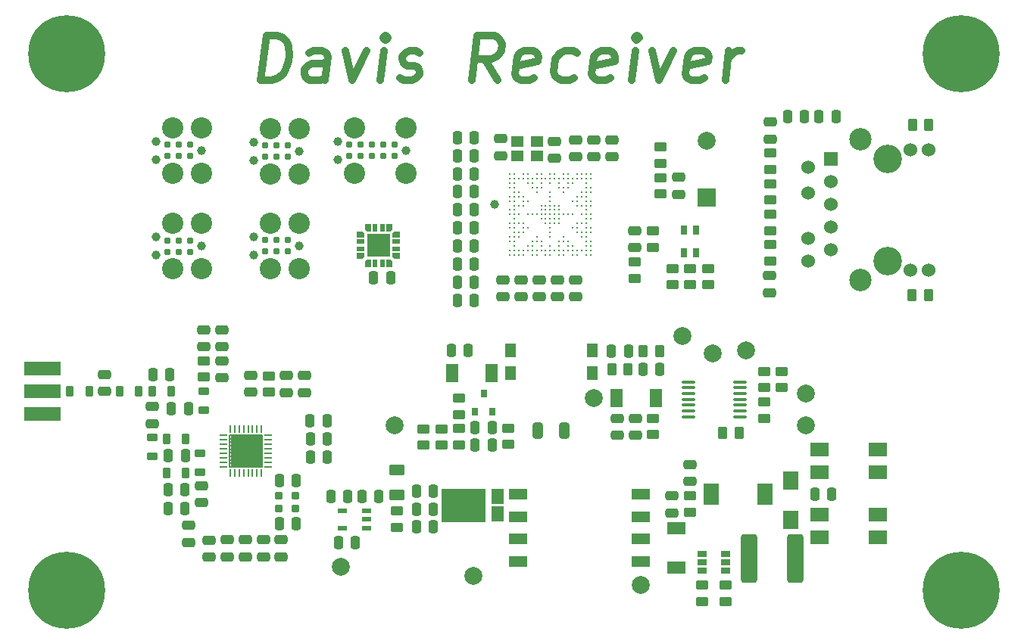
<source format=gbr>
%TF.GenerationSoftware,KiCad,Pcbnew,(5.99.0-13288-g9941a52e75)*%
%TF.CreationDate,2021-11-14T22:54:01-05:00*%
%TF.ProjectId,davis-receiver-kc6,64617669-732d-4726-9563-65697665722d,rev?*%
%TF.SameCoordinates,Original*%
%TF.FileFunction,Soldermask,Top*%
%TF.FilePolarity,Negative*%
%FSLAX46Y46*%
G04 Gerber Fmt 4.6, Leading zero omitted, Abs format (unit mm)*
G04 Created by KiCad (PCBNEW (5.99.0-13288-g9941a52e75)) date 2021-11-14 22:54:01*
%MOMM*%
%LPD*%
G01*
G04 APERTURE LIST*
G04 Aperture macros list*
%AMRoundRect*
0 Rectangle with rounded corners*
0 $1 Rounding radius*
0 $2 $3 $4 $5 $6 $7 $8 $9 X,Y pos of 4 corners*
0 Add a 4 corners polygon primitive as box body*
4,1,4,$2,$3,$4,$5,$6,$7,$8,$9,$2,$3,0*
0 Add four circle primitives for the rounded corners*
1,1,$1+$1,$2,$3*
1,1,$1+$1,$4,$5*
1,1,$1+$1,$6,$7*
1,1,$1+$1,$8,$9*
0 Add four rect primitives between the rounded corners*
20,1,$1+$1,$2,$3,$4,$5,0*
20,1,$1+$1,$4,$5,$6,$7,0*
20,1,$1+$1,$6,$7,$8,$9,0*
20,1,$1+$1,$8,$9,$2,$3,0*%
%AMFreePoly0*
4,1,18,0.257504,0.300004,0.457503,0.100004,0.457504,0.100004,0.457504,0.100003,0.457506,0.100000,0.457505,0.099998,0.457505,-0.300000,0.457504,-0.300004,0.457500,-0.300005,-0.462500,-0.300005,-0.462504,-0.300004,-0.462505,-0.300000,-0.462505,0.300000,-0.462504,0.300004,-0.462500,0.300005,0.257498,0.300005,0.257500,0.300006,0.257504,0.300004,0.257504,0.300004,$1*%
%AMFreePoly1*
4,1,18,-0.257498,0.300005,0.462500,0.300005,0.462504,0.300004,0.462505,0.300000,0.462505,-0.300000,0.462504,-0.300004,0.462500,-0.300005,-0.457500,-0.300005,-0.457504,-0.300004,-0.457505,-0.300000,-0.457505,0.099998,-0.457506,0.100000,-0.457504,0.100004,-0.257504,0.300003,-0.257504,0.300004,-0.257502,0.300004,-0.257500,0.300006,-0.257498,0.300005,-0.257498,0.300005,$1*%
G04 Aperture macros list end*
%ADD10C,0.875000*%
%ADD11C,0.152400*%
%ADD12R,0.849884X0.279908*%
%ADD13R,0.279908X0.849884*%
%ADD14C,0.508000*%
%ADD15R,3.450001X3.450001*%
%ADD16C,8.600000*%
%ADD17C,0.900000*%
%ADD18RoundRect,0.250000X0.250000X0.475000X-0.250000X0.475000X-0.250000X-0.475000X0.250000X-0.475000X0*%
%ADD19RoundRect,0.250000X0.475000X-0.250000X0.475000X0.250000X-0.475000X0.250000X-0.475000X-0.250000X0*%
%ADD20R,1.800000X2.100000*%
%ADD21R,4.960000X3.800000*%
%ADD22R,1.440000X1.800000*%
%ADD23R,1.400000X2.000000*%
%ADD24C,0.991000*%
%ADD25C,2.374900*%
%ADD26C,0.787000*%
%ADD27RoundRect,0.250000X-0.475000X0.250000X-0.475000X-0.250000X0.475000X-0.250000X0.475000X0.250000X0*%
%ADD28R,2.000000X1.400000*%
%ADD29RoundRect,0.249999X-0.450001X0.262501X-0.450001X-0.262501X0.450001X-0.262501X0.450001X0.262501X0*%
%ADD30RoundRect,0.218750X0.381250X-0.218750X0.381250X0.218750X-0.381250X0.218750X-0.381250X-0.218750X0*%
%ADD31RoundRect,0.218750X0.218750X0.381250X-0.218750X0.381250X-0.218750X-0.381250X0.218750X-0.381250X0*%
%ADD32RoundRect,0.249999X0.450001X-0.262501X0.450001X0.262501X-0.450001X0.262501X-0.450001X-0.262501X0*%
%ADD33R,1.800000X2.400000*%
%ADD34R,1.000000X0.700000*%
%ADD35RoundRect,0.249999X0.262501X0.450001X-0.262501X0.450001X-0.262501X-0.450001X0.262501X-0.450001X0*%
%ADD36C,2.000000*%
%ADD37R,1.100000X0.600000*%
%ADD38RoundRect,0.200000X0.250000X-0.200000X0.250000X0.200000X-0.250000X0.200000X-0.250000X-0.200000X0*%
%ADD39R,0.800000X0.900000*%
%ADD40R,2.100000X1.550000*%
%ADD41R,4.060000X1.520000*%
%ADD42R,1.300000X1.500000*%
%ADD43RoundRect,0.100000X-0.637500X-0.100000X0.637500X-0.100000X0.637500X0.100000X-0.637500X0.100000X0*%
%ADD44R,2.000000X2.000000*%
%ADD45RoundRect,0.250000X-0.250000X-0.475000X0.250000X-0.475000X0.250000X0.475000X-0.250000X0.475000X0*%
%ADD46RoundRect,0.250000X0.650000X2.450000X-0.650000X2.450000X-0.650000X-2.450000X0.650000X-2.450000X0*%
%ADD47RoundRect,0.249999X-0.325001X-0.650001X0.325001X-0.650001X0.325001X0.650001X-0.325001X0.650001X0*%
%ADD48R,1.400000X1.200000*%
%ADD49C,3.200000*%
%ADD50R,1.524000X1.524000*%
%ADD51C,1.524000*%
%ADD52C,2.500000*%
%ADD53FreePoly0,90.000000*%
%ADD54R,0.600000X0.925000*%
%ADD55FreePoly1,270.000000*%
%ADD56FreePoly0,180.000000*%
%ADD57R,0.925000X0.600000*%
%ADD58FreePoly1,0.000000*%
%ADD59FreePoly0,270.000000*%
%ADD60FreePoly1,90.000000*%
%ADD61FreePoly0,0.000000*%
%ADD62FreePoly1,180.000000*%
%ADD63R,2.600000X2.600000*%
%ADD64R,0.800000X1.000000*%
%ADD65RoundRect,0.250000X-0.625000X0.375000X-0.625000X-0.375000X0.625000X-0.375000X0.625000X0.375000X0*%
%ADD66RoundRect,0.250000X-0.450000X0.262500X-0.450000X-0.262500X0.450000X-0.262500X0.450000X0.262500X0*%
%ADD67C,1.000000*%
%ADD68R,2.030000X1.270000*%
%ADD69C,0.249999*%
G04 APERTURE END LIST*
D10*
X43688988Y-24961904D02*
X44313988Y-19961904D01*
X45504464Y-19961904D01*
X46188988Y-20200000D01*
X46605654Y-20676190D01*
X46784226Y-21152380D01*
X46903273Y-22104761D01*
X46813988Y-22819047D01*
X46456845Y-23771428D01*
X46159226Y-24247619D01*
X45623511Y-24723809D01*
X44879464Y-24961904D01*
X43688988Y-24961904D01*
X50831845Y-24961904D02*
X51159226Y-22342857D01*
X50980654Y-21866666D01*
X50534226Y-21628571D01*
X49581845Y-21628571D01*
X49075892Y-21866666D01*
X50861607Y-24723809D02*
X50355654Y-24961904D01*
X49165178Y-24961904D01*
X48718750Y-24723809D01*
X48540178Y-24247619D01*
X48599702Y-23771428D01*
X48897321Y-23295238D01*
X49403273Y-23057142D01*
X50593750Y-23057142D01*
X51099702Y-22819047D01*
X53153273Y-21628571D02*
X53927083Y-24961904D01*
X55534226Y-21628571D01*
X57022321Y-24961904D02*
X57438988Y-21628571D01*
X57647321Y-19961904D02*
X57379464Y-20200000D01*
X57587797Y-20438095D01*
X57855654Y-20200000D01*
X57647321Y-19961904D01*
X57587797Y-20438095D01*
X59194940Y-24723809D02*
X59641369Y-24961904D01*
X60593750Y-24961904D01*
X61099702Y-24723809D01*
X61397321Y-24247619D01*
X61427083Y-24009523D01*
X61248511Y-23533333D01*
X60802083Y-23295238D01*
X60087797Y-23295238D01*
X59641369Y-23057142D01*
X59462797Y-22580952D01*
X59492559Y-22342857D01*
X59790178Y-21866666D01*
X60296130Y-21628571D01*
X61010416Y-21628571D01*
X61456845Y-21866666D01*
X70117559Y-24961904D02*
X68748511Y-22580952D01*
X67260416Y-24961904D02*
X67885416Y-19961904D01*
X69790178Y-19961904D01*
X70236607Y-20200000D01*
X70444940Y-20438095D01*
X70623511Y-20914285D01*
X70534226Y-21628571D01*
X70236607Y-22104761D01*
X69968750Y-22342857D01*
X69462797Y-22580952D01*
X67558035Y-22580952D01*
X74194940Y-24723809D02*
X73688988Y-24961904D01*
X72736607Y-24961904D01*
X72290178Y-24723809D01*
X72111607Y-24247619D01*
X72349702Y-22342857D01*
X72647321Y-21866666D01*
X73153273Y-21628571D01*
X74105654Y-21628571D01*
X74552083Y-21866666D01*
X74730654Y-22342857D01*
X74671130Y-22819047D01*
X72230654Y-23295238D01*
X78718750Y-24723809D02*
X78212797Y-24961904D01*
X77260416Y-24961904D01*
X76813988Y-24723809D01*
X76605654Y-24485714D01*
X76427083Y-24009523D01*
X76605654Y-22580952D01*
X76903273Y-22104761D01*
X77171130Y-21866666D01*
X77677083Y-21628571D01*
X78629464Y-21628571D01*
X79075892Y-21866666D01*
X82766369Y-24723809D02*
X82260416Y-24961904D01*
X81308035Y-24961904D01*
X80861607Y-24723809D01*
X80683035Y-24247619D01*
X80921130Y-22342857D01*
X81218750Y-21866666D01*
X81724702Y-21628571D01*
X82677083Y-21628571D01*
X83123511Y-21866666D01*
X83302083Y-22342857D01*
X83242559Y-22819047D01*
X80802083Y-23295238D01*
X85117559Y-24961904D02*
X85534226Y-21628571D01*
X85742559Y-19961904D02*
X85474702Y-20200000D01*
X85683035Y-20438095D01*
X85950892Y-20200000D01*
X85742559Y-19961904D01*
X85683035Y-20438095D01*
X87438988Y-21628571D02*
X88212797Y-24961904D01*
X89819940Y-21628571D01*
X93242559Y-24723809D02*
X92736607Y-24961904D01*
X91784226Y-24961904D01*
X91337797Y-24723809D01*
X91159226Y-24247619D01*
X91397321Y-22342857D01*
X91694940Y-21866666D01*
X92200892Y-21628571D01*
X93153273Y-21628571D01*
X93599702Y-21866666D01*
X93778273Y-22342857D01*
X93718750Y-22819047D01*
X91278273Y-23295238D01*
X95593750Y-24961904D02*
X96010416Y-21628571D01*
X95891369Y-22580952D02*
X96188988Y-22104761D01*
X96456845Y-21866666D01*
X96962797Y-21628571D01*
X97438988Y-21628571D01*
D11*
%TO.C,U2*%
X40220000Y-66624000D02*
X40220000Y-66236600D01*
X42989600Y-64641800D02*
X42602200Y-64641800D01*
X43797000Y-67411400D02*
X40220000Y-67411400D01*
X43797000Y-65049200D02*
X40220000Y-65049200D01*
X40627400Y-64641800D02*
X40627400Y-68218800D01*
X40220000Y-64641800D02*
X43797000Y-64641800D01*
X40220000Y-65449200D02*
X43797000Y-65449200D01*
X41027400Y-68218800D02*
X41414800Y-68218800D01*
X40627400Y-68218800D02*
X40220000Y-68218800D01*
X42202200Y-68218800D02*
X42202200Y-64641800D01*
X40220000Y-67811400D02*
X43797000Y-67811400D01*
X40220000Y-68218800D02*
X40220000Y-67811400D01*
X43797000Y-66624000D02*
X40220000Y-66624000D01*
X40220000Y-64641800D02*
X40627400Y-64641800D01*
X43797000Y-66236600D02*
X43797000Y-66624000D01*
X43797000Y-67811400D02*
X43797000Y-68218800D01*
X40220000Y-65836600D02*
X40220000Y-65449200D01*
X43389600Y-68218800D02*
X43389600Y-64641800D01*
X43797000Y-64641800D02*
X43797000Y-65049200D01*
X41814800Y-64641800D02*
X41814800Y-68218800D01*
X43797000Y-64641800D02*
X43797000Y-68218800D01*
X43797000Y-65836600D02*
X40220000Y-65836600D01*
X42602200Y-64641800D02*
X42602200Y-68218800D01*
X40220000Y-66236600D02*
X43797000Y-66236600D01*
X40220000Y-67411400D02*
X40220000Y-67024000D01*
X42989600Y-68218800D02*
X42989600Y-64641800D01*
X43797000Y-68218800D02*
X43389600Y-68218800D01*
X42602200Y-68218800D02*
X42989600Y-68218800D01*
X40220000Y-65049200D02*
X40220000Y-64641800D01*
X43797000Y-65449200D02*
X43797000Y-65836600D01*
X40220000Y-68218800D02*
X40220000Y-64641800D01*
X42202200Y-64641800D02*
X41814800Y-64641800D01*
X41027400Y-64641800D02*
X41027400Y-68218800D01*
X43797000Y-67024000D02*
X43797000Y-67411400D01*
X41814800Y-68218800D02*
X42202200Y-68218800D01*
X41414800Y-68218800D02*
X41414800Y-64641800D01*
X41414800Y-64641800D02*
X41027400Y-64641800D01*
X43797000Y-68218800D02*
X40220000Y-68218800D01*
X43389600Y-64641800D02*
X43797000Y-64641800D01*
X40220000Y-67024000D02*
X43797000Y-67024000D01*
%TD*%
D12*
%TO.C,U2*%
X44483499Y-68180299D03*
X44483499Y-67680300D03*
X44483499Y-67180301D03*
X44483499Y-66680300D03*
X44483499Y-66180300D03*
X44483499Y-65680299D03*
X44483499Y-65180300D03*
X44483499Y-64680301D03*
D13*
X43758941Y-63955301D03*
X43258815Y-63955301D03*
X42758689Y-63955301D03*
X42258563Y-63955301D03*
X41758437Y-63955301D03*
X41258311Y-63955301D03*
X40758185Y-63955301D03*
X40258059Y-63955301D03*
D12*
X39533501Y-64680301D03*
X39533501Y-65180300D03*
X39533501Y-65680299D03*
X39533501Y-66180300D03*
X39533501Y-66680300D03*
X39533501Y-67180301D03*
X39533501Y-67680300D03*
X39533501Y-68180299D03*
D13*
X40258059Y-68905299D03*
X40758185Y-68905299D03*
X41258311Y-68905299D03*
X41758437Y-68905299D03*
X42258563Y-68905299D03*
X42758689Y-68905299D03*
X43258815Y-68905299D03*
X43758941Y-68905299D03*
D14*
X41614800Y-67611400D03*
X43189600Y-66824000D03*
X43189600Y-66036600D03*
X41614800Y-66036600D03*
X40827400Y-66824000D03*
X40827400Y-65249200D03*
X42402200Y-67611400D03*
X40827400Y-66036600D03*
X43189600Y-65249200D03*
X41614800Y-66824000D03*
X42402200Y-65249200D03*
X43189600Y-67611400D03*
X42402200Y-66824000D03*
D15*
X42008500Y-66430300D03*
D14*
X40827400Y-67611400D03*
X41614800Y-65249200D03*
X42402200Y-66036600D03*
%TD*%
D16*
%TO.C,H3*%
X122000000Y-22000000D03*
D17*
X122000000Y-25225000D03*
X125225000Y-22000000D03*
X124280419Y-24280419D03*
X124280419Y-19719581D03*
X119719581Y-24280419D03*
X119719581Y-19719581D03*
X118775000Y-22000000D03*
X122000000Y-18775000D03*
%TD*%
%TO.C,H2*%
X22000000Y-78775000D03*
D16*
X22000000Y-82000000D03*
D17*
X25225000Y-82000000D03*
X18775000Y-82000000D03*
X24280419Y-84280419D03*
X22000000Y-85225000D03*
X24280419Y-79719581D03*
X19719581Y-79719581D03*
X19719581Y-84280419D03*
%TD*%
D18*
%TO.C,C64*%
X67523600Y-43470000D03*
X65623600Y-43470000D03*
%TD*%
D19*
%TO.C,C65*%
X80895900Y-33508900D03*
X80895900Y-31608900D03*
%TD*%
D20*
%TO.C,D2*%
X102911320Y-74120100D03*
X102911320Y-69720100D03*
%TD*%
D21*
%TO.C,D6*%
X66351320Y-72493540D03*
D22*
X70151320Y-73458540D03*
X70151320Y-71528540D03*
%TD*%
D18*
%TO.C,C67*%
X67523600Y-33382800D03*
X65623600Y-33382800D03*
%TD*%
D19*
%TO.C,C69*%
X82927900Y-33508900D03*
X82927900Y-31608900D03*
%TD*%
D23*
%TO.C,D3*%
X83431320Y-60500100D03*
X87831320Y-60500100D03*
%TD*%
D18*
%TO.C,C60*%
X67523600Y-45502000D03*
X65623600Y-45502000D03*
%TD*%
D24*
%TO.C,J3*%
X59877400Y-32790800D03*
X52257400Y-31775800D03*
X52257400Y-33805800D03*
D25*
X54162400Y-35330800D03*
X59877400Y-35330800D03*
X59877400Y-30250800D03*
X54162400Y-30250800D03*
D26*
X58607400Y-32155800D03*
X57337400Y-32155800D03*
X56067400Y-32155800D03*
X54797400Y-32155800D03*
X53527400Y-32155800D03*
X53527400Y-33425800D03*
X54797400Y-33425800D03*
X56067400Y-33425800D03*
X57337400Y-33425800D03*
X58607400Y-33425800D03*
%TD*%
D18*
%TO.C,C68*%
X67523600Y-41450700D03*
X65623600Y-41450700D03*
%TD*%
D27*
%TO.C,C70*%
X85498100Y-41781600D03*
X85498100Y-43681600D03*
%TD*%
D28*
%TO.C,D4*%
X90090360Y-75090960D03*
X90090360Y-79490960D03*
%TD*%
D18*
%TO.C,C59*%
X67523600Y-37421400D03*
X65623600Y-37421400D03*
%TD*%
D19*
%TO.C,C61*%
X78863900Y-33508900D03*
X78863900Y-31608900D03*
%TD*%
D27*
%TO.C,C62*%
X72806000Y-47293900D03*
X72806000Y-49193900D03*
%TD*%
%TO.C,C66*%
X70774000Y-47293900D03*
X70774000Y-49193900D03*
%TD*%
D23*
%TO.C,D5*%
X65087320Y-57703700D03*
X69487320Y-57703700D03*
%TD*%
D18*
%TO.C,C63*%
X67523600Y-35402100D03*
X65623600Y-35402100D03*
%TD*%
D25*
%TO.C,J6*%
X44781900Y-40931500D03*
X44781900Y-46011500D03*
D24*
X42876900Y-42456500D03*
X42876900Y-44486500D03*
D25*
X47956900Y-46011500D03*
X47956900Y-40931500D03*
D24*
X47956900Y-43471500D03*
D26*
X46686900Y-42836500D03*
X45416900Y-42836500D03*
X44146900Y-42836500D03*
X44146900Y-44106500D03*
X45416900Y-44106500D03*
X46686900Y-44106500D03*
%TD*%
D29*
%TO.C,R5*%
X88388900Y-32399000D03*
X88388900Y-34224000D03*
%TD*%
D25*
%TO.C,J4*%
X37030100Y-35343500D03*
X37030100Y-30263500D03*
D24*
X31950100Y-31788500D03*
D25*
X33855100Y-30263500D03*
X33855100Y-35343500D03*
D24*
X37030100Y-32803500D03*
X31950100Y-33818500D03*
D26*
X35760100Y-32168500D03*
X34490100Y-32168500D03*
X33220100Y-32168500D03*
X33220100Y-33438500D03*
X34490100Y-33438500D03*
X35760100Y-33438500D03*
%TD*%
D29*
%TO.C,R1*%
X93659700Y-46006300D03*
X93659700Y-47831300D03*
%TD*%
D25*
%TO.C,J5*%
X44777100Y-30327000D03*
D24*
X42872100Y-31852000D03*
X47952100Y-32867000D03*
X42872100Y-33882000D03*
D25*
X44777100Y-35407000D03*
X47952100Y-35407000D03*
X47952100Y-30327000D03*
D26*
X46682100Y-32232000D03*
X45412100Y-32232000D03*
X44142100Y-32232000D03*
X44142100Y-33502000D03*
X45412100Y-33502000D03*
X46682100Y-33502000D03*
%TD*%
D30*
%TO.C,L1*%
X37281560Y-61836220D03*
X37281560Y-59711220D03*
%TD*%
D31*
%TO.C,L3*%
X35308760Y-65040920D03*
X33183760Y-65040920D03*
%TD*%
%TO.C,L4*%
X35285900Y-68843300D03*
X33160900Y-68843300D03*
%TD*%
D32*
%TO.C,R6*%
X37291720Y-58168320D03*
X37291720Y-56343320D03*
%TD*%
D29*
%TO.C,R9*%
X101911320Y-57507600D03*
X101911320Y-59332600D03*
%TD*%
D30*
%TO.C,L2*%
X36895480Y-68765340D03*
X36895480Y-66640340D03*
%TD*%
D31*
%TO.C,L5*%
X33655220Y-59772960D03*
X31530220Y-59772960D03*
%TD*%
D29*
%TO.C,R3*%
X89722700Y-46006300D03*
X89722700Y-47831300D03*
%TD*%
D30*
%TO.C,L6*%
X31579260Y-67010200D03*
X31579260Y-64885200D03*
%TD*%
D31*
%TO.C,L7*%
X30050960Y-59775500D03*
X27925960Y-59775500D03*
%TD*%
%TO.C,L8*%
X24478200Y-59772960D03*
X22353200Y-59772960D03*
%TD*%
D33*
%TO.C,L9*%
X100011320Y-71290100D03*
X94011320Y-71290100D03*
%TD*%
D34*
%TO.C,Q1*%
X93011840Y-77920840D03*
X93011840Y-78870840D03*
X93011840Y-79820840D03*
X95611840Y-79820840D03*
X95611840Y-78870840D03*
X95611840Y-77920840D03*
%TD*%
D29*
%TO.C,R2*%
X91691200Y-46006300D03*
X91691200Y-47831300D03*
%TD*%
D32*
%TO.C,R4*%
X44548500Y-59829480D03*
X44548500Y-58004480D03*
%TD*%
%TO.C,R7*%
X88388900Y-37653000D03*
X88388900Y-35828000D03*
%TD*%
D29*
%TO.C,R8*%
X99951320Y-57507600D03*
X99951320Y-59332600D03*
%TD*%
D32*
%TO.C,R11*%
X99951320Y-62752600D03*
X99951320Y-60927600D03*
%TD*%
D29*
%TO.C,R12*%
X100619000Y-33107400D03*
X100619000Y-34932400D03*
%TD*%
D35*
%TO.C,R14*%
X84738500Y-57257500D03*
X82913500Y-57257500D03*
%TD*%
D32*
%TO.C,R17*%
X85498100Y-47085800D03*
X85498100Y-45260800D03*
%TD*%
D29*
%TO.C,R23*%
X87531320Y-62767600D03*
X87531320Y-64592600D03*
%TD*%
%TO.C,R29*%
X65857320Y-60513700D03*
X65857320Y-62338700D03*
%TD*%
D32*
%TO.C,R22*%
X93026600Y-83258060D03*
X93026600Y-81433060D03*
%TD*%
D29*
%TO.C,R18*%
X91675320Y-71461020D03*
X91675320Y-73286020D03*
%TD*%
%TO.C,R28*%
X65857320Y-63921200D03*
X65857320Y-65746200D03*
%TD*%
D36*
%TO.C,TP5*%
X90826000Y-53557500D03*
%TD*%
D35*
%TO.C,R20*%
X118333600Y-29955900D03*
X116508600Y-29955900D03*
%TD*%
D37*
%TO.C,U4*%
X55494840Y-75035980D03*
X55494840Y-74085980D03*
X55494840Y-73135980D03*
X52794840Y-73135980D03*
X52794840Y-75035980D03*
%TD*%
D38*
%TO.C,X1*%
X45706580Y-72885220D03*
X47556580Y-72885220D03*
X47556580Y-71435220D03*
X45706580Y-71435220D03*
%TD*%
D29*
%TO.C,R25*%
X61887320Y-63941200D03*
X61887320Y-65766200D03*
%TD*%
D32*
%TO.C,R27*%
X71327320Y-65683800D03*
X71327320Y-63858800D03*
%TD*%
D36*
%TO.C,TP11*%
X67426000Y-80357500D03*
%TD*%
D39*
%TO.C,U9*%
X67637320Y-62023700D03*
X69537320Y-62023700D03*
X68587320Y-60023700D03*
%TD*%
D40*
%TO.C,U5*%
X106151320Y-66270100D03*
X106151320Y-68810100D03*
X112651320Y-68810100D03*
X112651320Y-66270100D03*
%TD*%
D32*
%TO.C,R24*%
X95627560Y-83232660D03*
X95627560Y-81407660D03*
%TD*%
D36*
%TO.C,TP3*%
X104641320Y-63520100D03*
%TD*%
D40*
%TO.C,U6*%
X106121320Y-73560100D03*
X106121320Y-76100100D03*
X112621320Y-76100100D03*
X112621320Y-73560100D03*
%TD*%
D32*
%TO.C,R30*%
X87479300Y-43644100D03*
X87479300Y-41819100D03*
%TD*%
D36*
%TO.C,TP9*%
X86158440Y-81426080D03*
%TD*%
%TO.C,TP10*%
X58661000Y-63556500D03*
%TD*%
D41*
%TO.C,J1*%
X19280580Y-59778040D03*
X19280580Y-62318040D03*
X19280580Y-57238040D03*
%TD*%
D35*
%TO.C,R21*%
X118282800Y-48967800D03*
X116457800Y-48967800D03*
%TD*%
D36*
%TO.C,TP7*%
X80901320Y-60470100D03*
%TD*%
D42*
%TO.C,U8*%
X71551320Y-55140100D03*
X71551320Y-57680100D03*
X80751320Y-57680100D03*
X80751320Y-55140100D03*
%TD*%
D32*
%TO.C,R16*%
X100619000Y-45155900D03*
X100619000Y-43330900D03*
%TD*%
D36*
%TO.C,TP1*%
X52605380Y-79343660D03*
%TD*%
D29*
%TO.C,R26*%
X63867320Y-63941200D03*
X63867320Y-65766200D03*
%TD*%
D43*
%TO.C,U7*%
X91498820Y-58690100D03*
X91498820Y-59340100D03*
X91498820Y-59990100D03*
X91498820Y-60640100D03*
X91498820Y-61290100D03*
X91498820Y-61940100D03*
X91498820Y-62590100D03*
X97223820Y-62590100D03*
X97223820Y-61940100D03*
X97223820Y-61290100D03*
X97223820Y-60640100D03*
X97223820Y-59990100D03*
X97223820Y-59340100D03*
X97223820Y-58690100D03*
%TD*%
D36*
%TO.C,TP8*%
X94201320Y-55500100D03*
%TD*%
D35*
%TO.C,R10*%
X97124260Y-64423320D03*
X95299260Y-64423320D03*
%TD*%
D44*
%TO.C,SW1*%
X93481600Y-38073600D03*
D36*
X93481600Y-31673600D03*
%TD*%
D32*
%TO.C,R13*%
X100619000Y-38336000D03*
X100619000Y-36511000D03*
%TD*%
D29*
%TO.C,R15*%
X100619000Y-39927300D03*
X100619000Y-41752300D03*
%TD*%
D35*
%TO.C,R19*%
X88238500Y-55257500D03*
X86413500Y-55257500D03*
%TD*%
D36*
%TO.C,TP6*%
X97881320Y-55160100D03*
%TD*%
%TO.C,TP4*%
X104621320Y-60010100D03*
%TD*%
D45*
%TO.C,C7*%
X56276000Y-47057500D03*
X58176000Y-47057500D03*
%TD*%
%TO.C,C4*%
X49194120Y-63072420D03*
X51094120Y-63072420D03*
%TD*%
%TO.C,C9*%
X51500440Y-71489980D03*
X53400440Y-71489980D03*
%TD*%
%TO.C,C10*%
X52364840Y-76695980D03*
X54264840Y-76695980D03*
%TD*%
D18*
%TO.C,C2*%
X56852300Y-71492520D03*
X54952300Y-71492520D03*
%TD*%
D19*
%TO.C,C11*%
X46557640Y-59884760D03*
X46557640Y-57984760D03*
%TD*%
D45*
%TO.C,C1*%
X45731580Y-74580220D03*
X47631580Y-74580220D03*
%TD*%
%TO.C,C3*%
X49204280Y-67108480D03*
X51104280Y-67108480D03*
%TD*%
%TO.C,C5*%
X49199200Y-65089180D03*
X51099200Y-65089180D03*
%TD*%
D18*
%TO.C,C6*%
X47631580Y-69730220D03*
X45731580Y-69730220D03*
%TD*%
D19*
%TO.C,C8*%
X48587100Y-59879680D03*
X48587100Y-57979680D03*
%TD*%
%TO.C,C12*%
X42541900Y-59861900D03*
X42541900Y-57961900D03*
%TD*%
D45*
%TO.C,C14*%
X105591320Y-71240100D03*
X107491320Y-71240100D03*
%TD*%
D19*
%TO.C,C16*%
X70498220Y-33368080D03*
X70498220Y-31468080D03*
%TD*%
%TO.C,C15*%
X37301880Y-54756500D03*
X37301880Y-52856500D03*
%TD*%
D27*
%TO.C,C17*%
X90382800Y-35815900D03*
X90382800Y-37715900D03*
%TD*%
D19*
%TO.C,C18*%
X39336420Y-58236300D03*
X39336420Y-56336300D03*
%TD*%
%TO.C,C36*%
X91690560Y-69838680D03*
X91690560Y-67938680D03*
%TD*%
D18*
%TO.C,C41*%
X107975000Y-29034900D03*
X106075000Y-29034900D03*
%TD*%
%TO.C,C20*%
X35597580Y-61685580D03*
X33697580Y-61685580D03*
%TD*%
D27*
%TO.C,C21*%
X37052960Y-70298680D03*
X37052960Y-72198680D03*
%TD*%
D45*
%TO.C,C39*%
X86376000Y-57257500D03*
X88276000Y-57257500D03*
%TD*%
D18*
%TO.C,C27*%
X33524940Y-57878120D03*
X31624940Y-57878120D03*
%TD*%
%TO.C,C50*%
X67523600Y-49540600D03*
X65623600Y-49540600D03*
%TD*%
%TO.C,C23*%
X35221660Y-70738140D03*
X33321660Y-70738140D03*
%TD*%
%TO.C,C24*%
X35201340Y-72859040D03*
X33301340Y-72859040D03*
%TD*%
%TO.C,C26*%
X35226740Y-66938300D03*
X33326740Y-66938300D03*
%TD*%
D19*
%TO.C,C31*%
X39897760Y-78269280D03*
X39897760Y-76369280D03*
%TD*%
%TO.C,C35*%
X100619000Y-31502800D03*
X100619000Y-29602800D03*
%TD*%
D27*
%TO.C,C42*%
X89663640Y-71438760D03*
X89663640Y-73338760D03*
%TD*%
D19*
%TO.C,C28*%
X41922140Y-78269280D03*
X41922140Y-76369280D03*
%TD*%
%TO.C,C32*%
X37873380Y-78276900D03*
X37873380Y-76376900D03*
%TD*%
%TO.C,C33*%
X26202080Y-59773000D03*
X26202080Y-57873000D03*
%TD*%
D27*
%TO.C,C48*%
X78902000Y-47293900D03*
X78902000Y-49193900D03*
%TD*%
D18*
%TO.C,C51*%
X62951320Y-74920100D03*
X61051320Y-74920100D03*
%TD*%
D27*
%TO.C,C37*%
X100580900Y-46811300D03*
X100580900Y-48711300D03*
%TD*%
D46*
%TO.C,C34*%
X103401320Y-78480100D03*
X98301320Y-78480100D03*
%TD*%
D27*
%TO.C,C40*%
X85541320Y-62750100D03*
X85541320Y-64650100D03*
%TD*%
D18*
%TO.C,C55*%
X67523600Y-39431400D03*
X65623600Y-39431400D03*
%TD*%
%TO.C,C57*%
X62951320Y-72910100D03*
X61051320Y-72910100D03*
%TD*%
%TO.C,C38*%
X84776000Y-55257500D03*
X82876000Y-55257500D03*
%TD*%
D19*
%TO.C,C25*%
X43951600Y-78266740D03*
X43951600Y-76366740D03*
%TD*%
D27*
%TO.C,C58*%
X74838000Y-47293900D03*
X74838000Y-49193900D03*
%TD*%
D19*
%TO.C,C22*%
X45973440Y-78266740D03*
X45973440Y-76366740D03*
%TD*%
%TO.C,C30*%
X31576720Y-63372180D03*
X31576720Y-61472180D03*
%TD*%
D47*
%TO.C,C45*%
X74626320Y-64100100D03*
X77576320Y-64100100D03*
%TD*%
D27*
%TO.C,C54*%
X76870000Y-47293900D03*
X76870000Y-49193900D03*
%TD*%
%TO.C,C13*%
X76467220Y-31772880D03*
X76467220Y-33672880D03*
%TD*%
D19*
%TO.C,C29*%
X35628020Y-76664000D03*
X35628020Y-74764000D03*
%TD*%
D18*
%TO.C,C52*%
X69527320Y-65783700D03*
X67627320Y-65783700D03*
%TD*%
%TO.C,C56*%
X67523600Y-47521300D03*
X65623600Y-47521300D03*
%TD*%
D45*
%TO.C,C44*%
X102575700Y-29026100D03*
X104475700Y-29026100D03*
%TD*%
D19*
%TO.C,C19*%
X39338960Y-54751420D03*
X39338960Y-52851420D03*
%TD*%
D18*
%TO.C,C46*%
X66867320Y-55183700D03*
X64967320Y-55183700D03*
%TD*%
%TO.C,C49*%
X67523600Y-31354200D03*
X65623600Y-31354200D03*
%TD*%
%TO.C,C53*%
X62951320Y-70900100D03*
X61051320Y-70900100D03*
%TD*%
D27*
%TO.C,C43*%
X83531320Y-62750100D03*
X83531320Y-64650100D03*
%TD*%
D18*
%TO.C,C47*%
X69527320Y-63773700D03*
X67627320Y-63773700D03*
%TD*%
D48*
%TO.C,Y1*%
X74585200Y-31769800D03*
X72385200Y-31769800D03*
X72385200Y-33369800D03*
X74585200Y-33369800D03*
%TD*%
D49*
%TO.C,J2*%
X113763500Y-45157800D03*
X113763500Y-33727800D03*
D50*
X107413500Y-33702800D03*
D51*
X104873500Y-34702800D03*
X107413500Y-36252800D03*
X104873500Y-37512800D03*
X107413500Y-38802800D03*
X107413500Y-41342800D03*
X104873500Y-42592800D03*
X107413500Y-43882800D03*
X104873500Y-45132800D03*
X116303500Y-32717800D03*
X118333500Y-32717800D03*
X116303500Y-46167800D03*
X118333500Y-46167800D03*
D52*
X110713500Y-47317800D03*
X110713500Y-31567800D03*
%TD*%
D53*
%TO.C,U3*%
X55654800Y-45396000D03*
D54*
X56454800Y-45396000D03*
X57254800Y-45396000D03*
D55*
X58054800Y-45396000D03*
D56*
X58842800Y-44608000D03*
D57*
X58842800Y-43808000D03*
X58842800Y-43008000D03*
D58*
X58842800Y-42208000D03*
D59*
X58054800Y-41420000D03*
D54*
X57254800Y-41420000D03*
X56454800Y-41420000D03*
D60*
X55654800Y-41420000D03*
D61*
X54866800Y-42208000D03*
D57*
X54866800Y-43008000D03*
X54866800Y-43808000D03*
D62*
X54866800Y-44608000D03*
D63*
X56854800Y-43408000D03*
%TD*%
D64*
%TO.C,D1*%
X92353100Y-41711200D03*
X90953100Y-41711200D03*
X90953100Y-44211200D03*
X92353100Y-44211200D03*
%TD*%
D65*
%TO.C,D7*%
X58909320Y-68578300D03*
X58909320Y-71378300D03*
%TD*%
D66*
%TO.C,R31*%
X58909320Y-73129800D03*
X58909320Y-74954800D03*
%TD*%
D24*
%TO.C,J7*%
X31954900Y-44499200D03*
X31954900Y-42469200D03*
D25*
X37034900Y-40944200D03*
X33859900Y-40944200D03*
X37034900Y-46024200D03*
X33859900Y-46024200D03*
D24*
X37034900Y-43484200D03*
D26*
X35764900Y-42849200D03*
X34494900Y-42849200D03*
X33224900Y-42849200D03*
X33224900Y-44119200D03*
X34494900Y-44119200D03*
X35764900Y-44119200D03*
%TD*%
D67*
%TO.C,TP12*%
X69826000Y-38857500D03*
%TD*%
D68*
%TO.C,T1*%
X86109720Y-71265120D03*
X86109720Y-73765120D03*
X86109720Y-76265120D03*
X86109720Y-78765120D03*
X72399720Y-78765120D03*
X72399720Y-76265120D03*
X72399720Y-73765120D03*
X72399720Y-71265120D03*
%TD*%
D17*
%TO.C,H4*%
X22000000Y-25225000D03*
X22000000Y-18775000D03*
X19719581Y-24280419D03*
X24280419Y-19719581D03*
D16*
X22000000Y-22000000D03*
D17*
X18775000Y-22000000D03*
X24280419Y-24280419D03*
X19719581Y-19719581D03*
X25225000Y-22000000D03*
%TD*%
%TO.C,H1*%
X119719581Y-84280419D03*
X119719581Y-79719581D03*
X122000000Y-85225000D03*
X118775000Y-82000000D03*
X124280419Y-79719581D03*
X124280419Y-84280419D03*
X122000000Y-78775000D03*
X125225000Y-82000000D03*
D16*
X122000000Y-82000000D03*
%TD*%
D69*
%TO.C,U1*%
X71525999Y-44457501D03*
X71525999Y-43957502D03*
X71525999Y-42957502D03*
X71525999Y-42457500D03*
X71525999Y-41457502D03*
X71525999Y-40957501D03*
X71525999Y-39957500D03*
X71525999Y-39457501D03*
X71525999Y-38457500D03*
X71525999Y-37957501D03*
X71525999Y-36957501D03*
X71525999Y-36457502D03*
X71525999Y-35957500D03*
X71525999Y-35457501D03*
X72025998Y-44457501D03*
X72025998Y-43957502D03*
X72025998Y-43457501D03*
X72025998Y-42957502D03*
X72025998Y-42457500D03*
X72025998Y-41957501D03*
X72025998Y-41457502D03*
X72025998Y-40957501D03*
X72025998Y-40457502D03*
X72025998Y-39957500D03*
X72025998Y-39457501D03*
X72025998Y-38957502D03*
X72025998Y-38457500D03*
X72025998Y-37957501D03*
X72025998Y-37457500D03*
X72025998Y-36957501D03*
X72025998Y-36457502D03*
X72025998Y-35957500D03*
X72025998Y-35457501D03*
X72525999Y-44457501D03*
X72525999Y-43957502D03*
X72525999Y-42457500D03*
X72525999Y-41957501D03*
X72525999Y-40957501D03*
X72525999Y-39957500D03*
X72525999Y-38957502D03*
X72525999Y-37957501D03*
X72525999Y-37457500D03*
X72525999Y-35957500D03*
X73025998Y-44457501D03*
X73025998Y-43957502D03*
X73025998Y-41957501D03*
X73025998Y-41457502D03*
X73025998Y-40957501D03*
X73025998Y-38957502D03*
X73025998Y-38457500D03*
X73025998Y-37957501D03*
X73025998Y-35957500D03*
X73025998Y-35457501D03*
X73526000Y-43957502D03*
X73526000Y-43457501D03*
X73526000Y-41457502D03*
X73526000Y-39957500D03*
X73526000Y-38457500D03*
X73526000Y-36457502D03*
X73526000Y-35957500D03*
X73526000Y-35457501D03*
X74025999Y-44457501D03*
X74025999Y-43957502D03*
X74025999Y-43457501D03*
X74025999Y-42957502D03*
X74025999Y-39957500D03*
X74025999Y-36957501D03*
X74025999Y-36457502D03*
X74025999Y-35957500D03*
X74525998Y-44457501D03*
X74525998Y-43957502D03*
X74525998Y-42957502D03*
X74525998Y-42457500D03*
X74525998Y-39957500D03*
X74525998Y-37457500D03*
X74525998Y-36957501D03*
X74525998Y-35957500D03*
X74525998Y-35457501D03*
X75025999Y-43957502D03*
X75025999Y-43457501D03*
X75025999Y-42957502D03*
X75025999Y-40457502D03*
X75025999Y-39957500D03*
X75025999Y-39457501D03*
X75025999Y-38957502D03*
X75025999Y-36957501D03*
X75025999Y-36457502D03*
X75025999Y-35957500D03*
X75025999Y-35457501D03*
X75525998Y-44457501D03*
X75525998Y-43957502D03*
X75525998Y-40957501D03*
X75525998Y-40457502D03*
X75525998Y-39957500D03*
X75525998Y-39457501D03*
X75525998Y-38957502D03*
X75525998Y-35957500D03*
X76026000Y-44457501D03*
X76026000Y-43957502D03*
X76026000Y-43457501D03*
X76026000Y-42457500D03*
X76026000Y-41957501D03*
X76026000Y-41457502D03*
X76026000Y-40957501D03*
X76026000Y-40457502D03*
X76026000Y-39957500D03*
X76026000Y-39457501D03*
X76026000Y-38957502D03*
X76026000Y-38457500D03*
X76026000Y-37957501D03*
X76026000Y-37457500D03*
X76026000Y-36457502D03*
X76026000Y-35957500D03*
X76026000Y-35457501D03*
X76525999Y-43957502D03*
X76525999Y-40957501D03*
X76525999Y-40457502D03*
X76525999Y-39957500D03*
X76525999Y-39457501D03*
X76525999Y-38957502D03*
X76525999Y-35957500D03*
X76525999Y-35457501D03*
X77025998Y-44457501D03*
X77025998Y-43957502D03*
X77025998Y-43457501D03*
X77025998Y-42957502D03*
X77025998Y-40957501D03*
X77025998Y-40457502D03*
X77025998Y-39957500D03*
X77025998Y-39457501D03*
X77025998Y-38957502D03*
X77025998Y-36957501D03*
X77025998Y-36457502D03*
X77025998Y-35957500D03*
X77526000Y-44457501D03*
X77526000Y-43957502D03*
X77526000Y-42957502D03*
X77526000Y-42457500D03*
X77526000Y-39957500D03*
X77526000Y-37457500D03*
X77526000Y-36957501D03*
X77526000Y-35957500D03*
X77526000Y-35457501D03*
X78025999Y-43957502D03*
X78025999Y-43457501D03*
X78025999Y-42957502D03*
X78025999Y-39957500D03*
X78025999Y-36957501D03*
X78025999Y-36457502D03*
X78025999Y-35957500D03*
X78025999Y-35457501D03*
X78526000Y-44457501D03*
X78526000Y-43957502D03*
X78526000Y-43457501D03*
X78526000Y-41457502D03*
X78526000Y-39957500D03*
X78526000Y-38457500D03*
X78526000Y-36457502D03*
X78526000Y-35957500D03*
X79025999Y-44457501D03*
X79025999Y-43957502D03*
X79025999Y-41957501D03*
X79025999Y-41457502D03*
X79025999Y-40957501D03*
X79025999Y-38957502D03*
X79025999Y-38457500D03*
X79025999Y-37957501D03*
X79025999Y-35957500D03*
X79025999Y-35457501D03*
X79525998Y-43957502D03*
X79525998Y-42457500D03*
X79525998Y-41957501D03*
X79525998Y-40957501D03*
X79525998Y-39957500D03*
X79525998Y-38957502D03*
X79525998Y-37957501D03*
X79525998Y-37457500D03*
X79525998Y-35957500D03*
X79525998Y-35457501D03*
X80026000Y-44457501D03*
X80026000Y-43957502D03*
X80026000Y-43457501D03*
X80026000Y-42957502D03*
X80026000Y-42457500D03*
X80026000Y-41957501D03*
X80026000Y-41457502D03*
X80026000Y-40957501D03*
X80026000Y-40457502D03*
X80026000Y-39957500D03*
X80026000Y-39457501D03*
X80026000Y-38957502D03*
X80026000Y-38457500D03*
X80026000Y-37957501D03*
X80026000Y-37457500D03*
X80026000Y-36957501D03*
X80026000Y-36457502D03*
X80026000Y-35957500D03*
X80026000Y-35457501D03*
X80525999Y-44457501D03*
X80525999Y-43957502D03*
X80525999Y-43457501D03*
X80525999Y-42957502D03*
X80525999Y-41957501D03*
X80525999Y-41457502D03*
X80525999Y-40457502D03*
X80525999Y-39957500D03*
X80525999Y-38957502D03*
X80525999Y-38457500D03*
X80525999Y-37457500D03*
X80525999Y-36957501D03*
X80525999Y-35957500D03*
X80525999Y-35457501D03*
%TD*%
M02*

</source>
